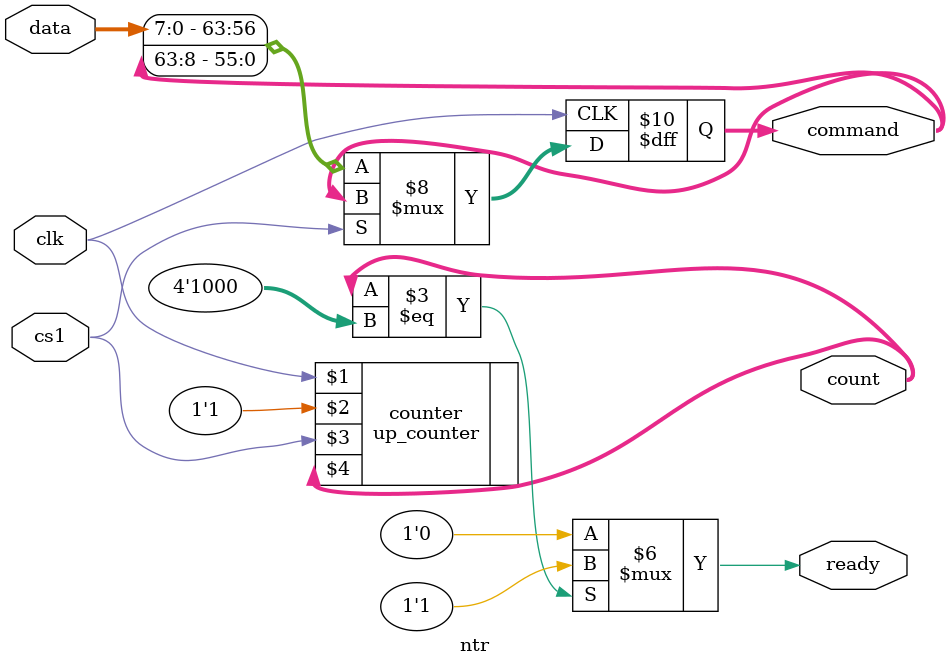
<source format=v>
`include "up_counter.v"
module ntr(
    input clk,
    input cs1,
    input [7:0] data,
    output reg [63:0] command,
    output reg ready,
    output [3:0] count
);

    // reg [3:0] count;
    wire cnt_rst;
    up_counter #(.WIDTH(4), .MAX(8)) counter(clk, 1'b1, cs1, count);

    initial begin
        command = 0;
        ready = 0;
    end

    always @(posedge clk or posedge cs1) begin
        if (cs1) begin
            command <= command;
        end else begin
            command <= {data[7:0], command[63:8]};
            // count <= count + 1;
        end
    end

    always @* begin
        if (count == 8) ready = 1;
        else ready = 0;

        // if (overflow) cnt_rst = 1;
        // else cnt_rst = 0;
    end

endmodule

</source>
